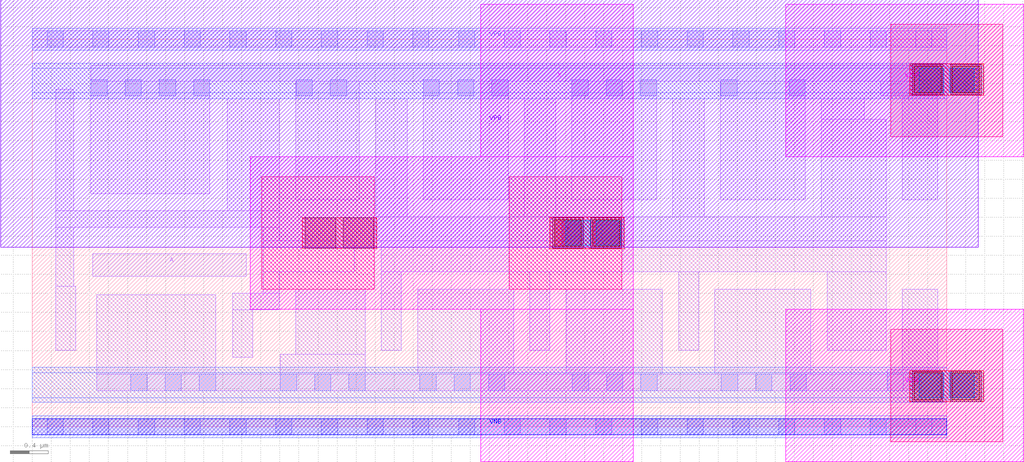
<source format=lef>
# Copyright 2020 The SkyWater PDK Authors
#
# Licensed under the Apache License, Version 2.0 (the "License");
# you may not use this file except in compliance with the License.
# You may obtain a copy of the License at
#
#     https://www.apache.org/licenses/LICENSE-2.0
#
# Unless required by applicable law or agreed to in writing, software
# distributed under the License is distributed on an "AS IS" BASIS,
# WITHOUT WARRANTIES OR CONDITIONS OF ANY KIND, either express or implied.
# See the License for the specific language governing permissions and
# limitations under the License.
#
# SPDX-License-Identifier: Apache-2.0

VERSION 5.7 ;
  NOWIREEXTENSIONATPIN ON ;
  DIVIDERCHAR "/" ;
  BUSBITCHARS "[]" ;
MACRO sky130_fd_sc_hvl__probec_p_8
  CLASS CORE ;
  FOREIGN sky130_fd_sc_hvl__probec_p_8 ;
  ORIGIN  0.000000  0.000000 ;
  SIZE  9.600000 BY  4.070000 ;
  SYMMETRY X Y ;
  SITE unithv ;
  PIN A
    ANTENNAGATEAREA  3.375000 ;
    DIRECTION INPUT ;
    USE SIGNAL ;
    PORT
      LAYER li1 ;
        RECT 0.635000 1.580000 2.245000 1.815000 ;
    END
  END A
  PIN X
    ANTENNADIFFAREA  2.520000 ;
    DIRECTION OUTPUT ;
    USE SIGNAL ;
    PORT
      LAYER met4 ;
        RECT 2.410000 1.445000 3.590000 2.625000 ;
        RECT 5.010000 1.445000 6.190000 2.625000 ;
    END
    PORT
      LAYER met5 ;
        RECT 2.290000  1.235000 6.310000 2.835000 ;
        RECT 4.710000 -0.365000 6.310000 1.235000 ;
        RECT 4.710000  2.835000 6.310000 4.435000 ;
    END
  END X
  PIN VGND
    DIRECTION INOUT ;
    USE GROUND ;
    PORT
      LAYER met5 ;
        RECT 7.910000 -0.365000 10.410000 1.235000 ;
    END
  END VGND
  PIN VNB
    DIRECTION INOUT ;
    USE GROUND ;
    PORT
      LAYER met1 ;
        RECT 0.000000 -0.115000 9.600000 0.115000 ;
      LAYER pwell ;
        RECT 0.000000 -0.085000 9.600000 0.085000 ;
    END
  END VNB
  PIN VPB
    DIRECTION INOUT ;
    USE POWER ;
    PORT
      LAYER met1 ;
        RECT 0.000000 3.955000 9.600000 4.185000 ;
      LAYER nwell ;
        RECT -0.330000 1.885000 9.930000 4.485000 ;
    END
  END VPB
  PIN VPWR
    DIRECTION INOUT ;
    USE POWER ;
    PORT
      LAYER met5 ;
        RECT 7.910000 2.835000 10.410000 4.435000 ;
    END
  END VPWR
  OBS
    LAYER li1 ;
      RECT 0.000000 -0.085000 9.600000 0.085000 ;
      RECT 0.000000  3.985000 9.600000 4.155000 ;
      RECT 0.245000  0.805000 0.455000 1.475000 ;
      RECT 0.245000  1.475000 0.435000 2.095000 ;
      RECT 0.245000  2.095000 2.595000 2.265000 ;
      RECT 0.245000  2.265000 0.435000 3.545000 ;
      RECT 0.615000  2.445000 1.865000 3.625000 ;
      RECT 0.615000  3.625000 9.505000 3.795000 ;
      RECT 0.675000  0.380000 9.505000 0.550000 ;
      RECT 0.675000  0.550000 1.925000 1.385000 ;
      RECT 2.045000  2.265000 2.595000 3.445000 ;
      RECT 2.105000  0.730000 2.315000 1.230000 ;
      RECT 2.105000  1.230000 2.595000 1.400000 ;
      RECT 2.425000  1.400000 2.595000 1.625000 ;
      RECT 2.425000  1.625000 3.380000 1.955000 ;
      RECT 2.425000  1.955000 2.595000 2.095000 ;
      RECT 2.605000  0.550000 3.495000 0.760000 ;
      RECT 2.765000  0.760000 3.495000 1.445000 ;
      RECT 2.765000  2.385000 3.435000 3.625000 ;
      RECT 3.605000  1.955000 8.965000 2.205000 ;
      RECT 3.605000  2.205000 3.935000 3.445000 ;
      RECT 3.665000  0.805000 3.875000 1.625000 ;
      RECT 3.665000  1.625000 8.965000 1.955000 ;
      RECT 4.045000  0.550000 5.055000 1.445000 ;
      RECT 4.105000  2.385000 4.995000 3.625000 ;
      RECT 5.165000  2.205000 5.495000 3.445000 ;
      RECT 5.225000  0.805000 5.435000 1.625000 ;
      RECT 5.605000  0.550000 6.615000 1.445000 ;
      RECT 5.665000  2.385000 6.555000 3.625000 ;
      RECT 6.725000  2.205000 7.055000 3.445000 ;
      RECT 6.785000  0.805000 6.995000 1.625000 ;
      RECT 7.165000  0.550000 8.175000 1.445000 ;
      RECT 7.225000  2.385000 8.115000 3.625000 ;
      RECT 8.285000  2.205000 8.965000 3.230000 ;
      RECT 8.285000  3.230000 8.735000 3.445000 ;
      RECT 8.345000  0.805000 8.965000 1.625000 ;
      RECT 8.905000  3.475000 9.505000 3.625000 ;
      RECT 8.975000  0.550000 9.505000 0.600000 ;
      RECT 9.135000  0.600000 9.505000 1.445000 ;
      RECT 9.135000  2.385000 9.505000 3.475000 ;
    LAYER mcon ;
      RECT 0.155000 -0.085000 0.325000 0.085000 ;
      RECT 0.155000  3.985000 0.325000 4.155000 ;
      RECT 0.615000  3.475000 0.785000 3.645000 ;
      RECT 0.635000 -0.085000 0.805000 0.085000 ;
      RECT 0.635000  3.985000 0.805000 4.155000 ;
      RECT 0.975000  3.475000 1.145000 3.645000 ;
      RECT 1.035000  0.380000 1.205000 0.550000 ;
      RECT 1.115000 -0.085000 1.285000 0.085000 ;
      RECT 1.115000  3.985000 1.285000 4.155000 ;
      RECT 1.335000  3.475000 1.505000 3.645000 ;
      RECT 1.395000  0.380000 1.565000 0.550000 ;
      RECT 1.595000 -0.085000 1.765000 0.085000 ;
      RECT 1.595000  3.985000 1.765000 4.155000 ;
      RECT 1.695000  3.475000 1.865000 3.645000 ;
      RECT 1.755000  0.380000 1.925000 0.550000 ;
      RECT 2.075000 -0.085000 2.245000 0.085000 ;
      RECT 2.075000  3.985000 2.245000 4.155000 ;
      RECT 2.555000 -0.085000 2.725000 0.085000 ;
      RECT 2.555000  3.985000 2.725000 4.155000 ;
      RECT 2.605000  0.380000 2.775000 0.550000 ;
      RECT 2.770000  3.475000 2.940000 3.645000 ;
      RECT 2.965000  0.380000 3.135000 0.550000 ;
      RECT 3.035000 -0.085000 3.205000 0.085000 ;
      RECT 3.035000  3.985000 3.205000 4.155000 ;
      RECT 3.130000  3.475000 3.300000 3.645000 ;
      RECT 3.325000  0.380000 3.495000 0.550000 ;
      RECT 3.515000 -0.085000 3.685000 0.085000 ;
      RECT 3.515000  3.985000 3.685000 4.155000 ;
      RECT 3.995000 -0.085000 4.165000 0.085000 ;
      RECT 3.995000  3.985000 4.165000 4.155000 ;
      RECT 4.070000  0.380000 4.240000 0.550000 ;
      RECT 4.105000  3.475000 4.275000 3.645000 ;
      RECT 4.430000  0.380000 4.600000 0.550000 ;
      RECT 4.465000  3.475000 4.635000 3.645000 ;
      RECT 4.475000 -0.085000 4.645000 0.085000 ;
      RECT 4.475000  3.985000 4.645000 4.155000 ;
      RECT 4.790000  0.380000 4.960000 0.550000 ;
      RECT 4.825000  3.475000 4.995000 3.645000 ;
      RECT 4.955000 -0.085000 5.125000 0.085000 ;
      RECT 4.955000  3.985000 5.125000 4.155000 ;
      RECT 5.435000 -0.085000 5.605000 0.085000 ;
      RECT 5.435000  3.985000 5.605000 4.155000 ;
      RECT 5.620000  1.950000 5.790000 2.120000 ;
      RECT 5.665000  3.475000 5.835000 3.645000 ;
      RECT 5.670000  0.380000 5.840000 0.550000 ;
      RECT 5.915000 -0.085000 6.085000 0.085000 ;
      RECT 5.915000  3.985000 6.085000 4.155000 ;
      RECT 5.980000  1.950000 6.150000 2.120000 ;
      RECT 6.025000  3.475000 6.195000 3.645000 ;
      RECT 6.030000  0.380000 6.200000 0.550000 ;
      RECT 6.385000  3.475000 6.555000 3.645000 ;
      RECT 6.390000  0.380000 6.560000 0.550000 ;
      RECT 6.395000 -0.085000 6.565000 0.085000 ;
      RECT 6.395000  3.985000 6.565000 4.155000 ;
      RECT 6.875000 -0.085000 7.045000 0.085000 ;
      RECT 6.875000  3.985000 7.045000 4.155000 ;
      RECT 7.230000  3.475000 7.400000 3.645000 ;
      RECT 7.235000  0.380000 7.405000 0.550000 ;
      RECT 7.355000 -0.085000 7.525000 0.085000 ;
      RECT 7.355000  3.985000 7.525000 4.155000 ;
      RECT 7.595000  0.380000 7.765000 0.550000 ;
      RECT 7.835000 -0.085000 8.005000 0.085000 ;
      RECT 7.835000  3.985000 8.005000 4.155000 ;
      RECT 7.945000  3.475000 8.115000 3.645000 ;
      RECT 7.955000  0.380000 8.125000 0.550000 ;
      RECT 8.315000 -0.085000 8.485000 0.085000 ;
      RECT 8.315000  3.985000 8.485000 4.155000 ;
      RECT 8.795000 -0.085000 8.965000 0.085000 ;
      RECT 8.795000  3.985000 8.965000 4.155000 ;
      RECT 8.975000  0.380000 9.145000 0.550000 ;
      RECT 9.265000  3.475000 9.435000 3.645000 ;
      RECT 9.275000 -0.085000 9.445000 0.085000 ;
      RECT 9.275000  3.985000 9.445000 4.155000 ;
      RECT 9.335000  0.380000 9.505000 0.550000 ;
    LAYER met1 ;
      RECT 0.000000 0.255000 9.600000 0.305000 ;
      RECT 0.000000 0.305000 9.920000 0.565000 ;
      RECT 0.000000 0.565000 9.600000 0.625000 ;
      RECT 0.000000 3.445000 9.600000 3.505000 ;
      RECT 0.000000 3.505000 9.920000 3.765000 ;
      RECT 0.000000 3.765000 9.600000 3.815000 ;
      RECT 5.560000 1.905000 6.210000 2.165000 ;
    LAYER met2 ;
      RECT 5.440000 1.895000 6.210000 2.175000 ;
      RECT 9.215000 0.285000 9.985000 0.565000 ;
      RECT 9.215000 3.505000 9.985000 3.785000 ;
    LAYER met3 ;
      RECT 2.835000 1.875000 3.615000 2.195000 ;
      RECT 5.435000 1.870000 6.215000 2.200000 ;
      RECT 9.210000 0.260000 9.990000 0.590000 ;
      RECT 9.210000 3.480000 9.990000 3.810000 ;
    LAYER met4 ;
      RECT 9.010000 -0.155000 10.190000 1.025000 ;
      RECT 9.010000  3.045000 10.190000 4.225000 ;
    LAYER via ;
      RECT 5.600000 1.905000 5.860000 2.165000 ;
      RECT 5.920000 1.905000 6.180000 2.165000 ;
      RECT 9.310000 0.305000 9.570000 0.565000 ;
      RECT 9.310000 3.505000 9.570000 3.765000 ;
      RECT 9.630000 0.305000 9.890000 0.565000 ;
      RECT 9.630000 3.505000 9.890000 3.765000 ;
    LAYER via2 ;
      RECT 5.485000 1.895000 5.765000 2.175000 ;
      RECT 5.885000 1.895000 6.165000 2.175000 ;
      RECT 9.260000 0.285000 9.540000 0.565000 ;
      RECT 9.260000 3.505000 9.540000 3.785000 ;
      RECT 9.660000 0.285000 9.940000 0.565000 ;
      RECT 9.660000 3.505000 9.940000 3.785000 ;
    LAYER via3 ;
      RECT 2.865000 1.875000 3.185000 2.195000 ;
      RECT 3.265000 1.875000 3.585000 2.195000 ;
      RECT 5.465000 1.875000 5.785000 2.195000 ;
      RECT 5.865000 1.875000 6.185000 2.195000 ;
      RECT 9.240000 0.265000 9.560000 0.585000 ;
      RECT 9.240000 3.485000 9.560000 3.805000 ;
      RECT 9.640000 0.265000 9.960000 0.585000 ;
      RECT 9.640000 3.485000 9.960000 3.805000 ;
  END
END sky130_fd_sc_hvl__probec_p_8
END LIBRARY

</source>
